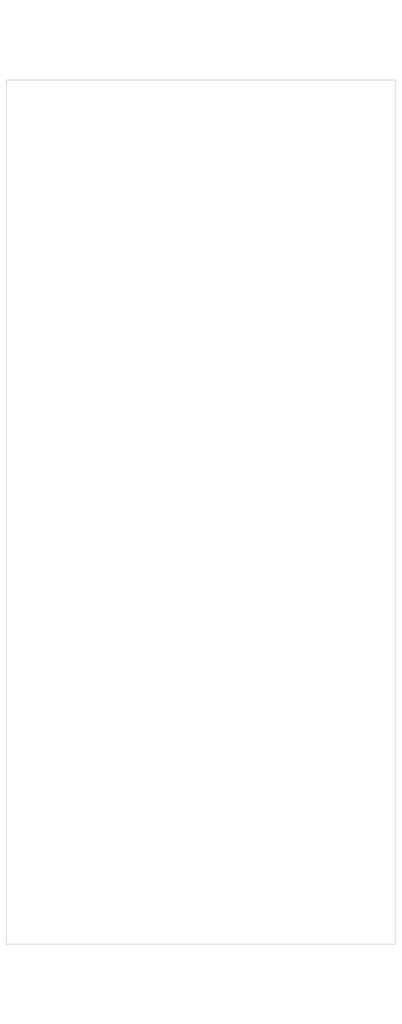
<source format=kicad_pcb>
(kicad_pcb (version 20211014) (generator pcbnew)

  (general
    (thickness 1.6)
  )

  (paper "A4")
  (layers
    (0 "F.Cu" signal)
    (31 "B.Cu" signal)
    (32 "B.Adhes" user "B.Adhesive")
    (33 "F.Adhes" user "F.Adhesive")
    (34 "B.Paste" user)
    (35 "F.Paste" user)
    (36 "B.SilkS" user "B.Silkscreen")
    (37 "F.SilkS" user "F.Silkscreen")
    (38 "B.Mask" user)
    (39 "F.Mask" user)
    (40 "Dwgs.User" user "User.Drawings")
    (41 "Cmts.User" user "User.Comments")
    (42 "Eco1.User" user "User.Eco1")
    (43 "Eco2.User" user "User.Eco2")
    (44 "Edge.Cuts" user)
    (45 "Margin" user)
    (46 "B.CrtYd" user "B.Courtyard")
    (47 "F.CrtYd" user "F.Courtyard")
    (48 "B.Fab" user)
    (49 "F.Fab" user)
    (50 "User.1" user)
    (51 "User.2" user)
    (52 "User.3" user)
    (53 "User.4" user)
    (54 "User.5" user)
    (55 "User.6" user)
    (56 "User.7" user)
    (57 "User.8" user)
    (58 "User.9" user)
  )

  (setup
    (pad_to_mask_clearance 0)
    (pcbplotparams
      (layerselection 0x00010fc_ffffffff)
      (disableapertmacros false)
      (usegerberextensions false)
      (usegerberattributes true)
      (usegerberadvancedattributes true)
      (creategerberjobfile true)
      (svguseinch false)
      (svgprecision 6)
      (excludeedgelayer true)
      (plotframeref false)
      (viasonmask false)
      (mode 1)
      (useauxorigin false)
      (hpglpennumber 1)
      (hpglpenspeed 20)
      (hpglpendiameter 15.000000)
      (dxfpolygonmode true)
      (dxfimperialunits true)
      (dxfusepcbnewfont true)
      (psnegative false)
      (psa4output false)
      (plotreference true)
      (plotvalue true)
      (plotinvisibletext false)
      (sketchpadsonfab false)
      (subtractmaskfromsilk false)
      (outputformat 1)
      (mirror false)
      (drillshape 1)
      (scaleselection 1)
      (outputdirectory "")
    )
  )

  (net 0 "")

  (gr_line (start 0.75 10) (end 0.75 118.5) (layer "Edge.Cuts") (width 0.1) (tstamp 1a09a7cb-78f5-4989-9bdf-8b4c4a8beb1d))
  (gr_line (start 49.75 118.5) (end 49.75 10) (layer "Edge.Cuts") (width 0.1) (tstamp 2aef071e-f380-49c0-b1ba-860b2a4bd684))
  (gr_line (start 0.75 118.5) (end 49.75 118.5) (layer "Edge.Cuts") (width 0.1) (tstamp 347e4106-0ad8-4579-9925-c65107fafee2))
  (gr_line (start 0.75 10) (end 49.75 10) (layer "Edge.Cuts") (width 0.1) (tstamp c8cb28f7-4e0d-49a3-8b9b-fcff4adac1d4))
  (gr_line (start 50.5 0) (end 50.5 128.5) (layer "User.1") (width 0.1) (tstamp 14be568d-2e52-4aed-b81b-dddc75cbdd07))
  (gr_line (start 0 128.5) (end 0 0) (layer "User.1") (width 0.1) (tstamp 159574a9-ecec-48bb-adb0-3dc9e65d4e79))
  (gr_line (start 0 0) (end 50.5 0) (layer "User.1") (width 0.1) (tstamp 7a879184-fad8-4feb-afb5-86fe8d34f1f7))
  (gr_line (start 50.5 128.5) (end 0 128.5) (layer "User.1") (width 0.1) (tstamp bc3f6e1f-c81e-4889-865a-0e223a5a22e2))

)

</source>
